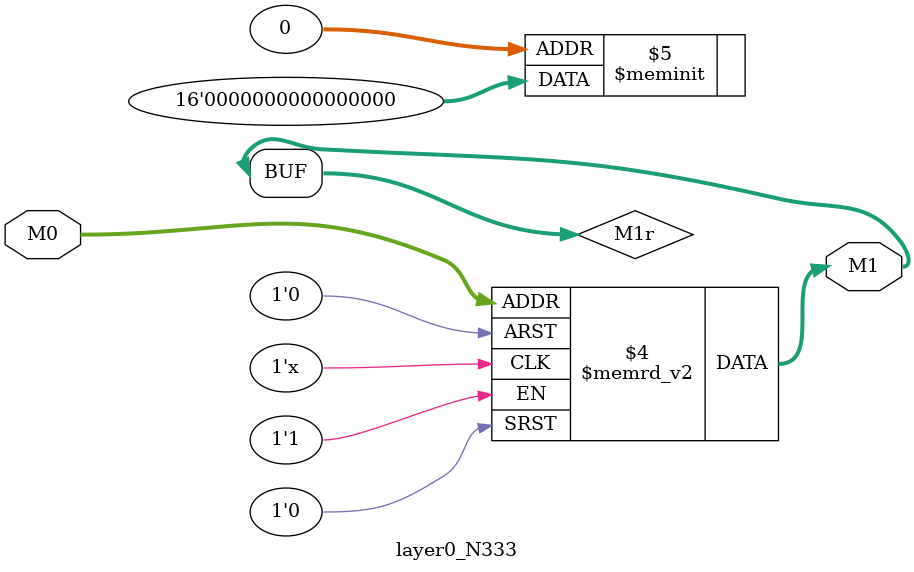
<source format=v>
module layer0_N333 ( input [2:0] M0, output [1:0] M1 );

	(*rom_style = "distributed" *) reg [1:0] M1r;
	assign M1 = M1r;
	always @ (M0) begin
		case (M0)
			3'b000: M1r = 2'b00;
			3'b100: M1r = 2'b00;
			3'b010: M1r = 2'b00;
			3'b110: M1r = 2'b00;
			3'b001: M1r = 2'b00;
			3'b101: M1r = 2'b00;
			3'b011: M1r = 2'b00;
			3'b111: M1r = 2'b00;

		endcase
	end
endmodule

</source>
